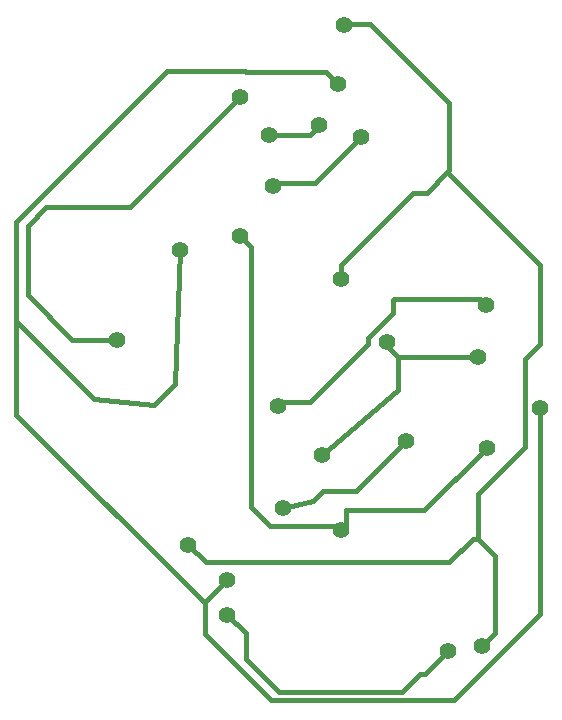
<source format=gbl>
G04 #@! TF.FileFunction,Copper,L2,Bot,Signal*
%FSLAX46Y46*%
G04 Gerber Fmt 4.6, Leading zero omitted, Abs format (unit mm)*
G04 Created by KiCad (PCBNEW 4.0.6) date Tue Sep  5 11:54:24 2017*
%MOMM*%
%LPD*%
G01*
G04 APERTURE LIST*
%ADD10C,0.150000*%
%ADD11C,1.400000*%
%ADD12C,0.400000*%
G04 APERTURE END LIST*
D10*
D11*
X116700000Y-60900000D03*
X99100000Y-69500000D03*
X95900000Y-55100000D03*
X104400000Y-80000000D03*
X116800000Y-73000000D03*
X106100000Y-46700000D03*
X98700000Y-50800000D03*
X121300000Y-69600000D03*
X94800000Y-84200000D03*
X90800000Y-56300000D03*
X104200000Y-42200000D03*
X116400000Y-89800000D03*
X91500000Y-81200000D03*
X104700000Y-37200000D03*
X104400000Y-58700000D03*
X109948950Y-72448950D03*
X99500000Y-78100000D03*
X85500000Y-63900000D03*
X95900000Y-43300000D03*
X102800000Y-73600000D03*
X108296800Y-64071900D03*
X116065000Y-65328800D03*
X94800000Y-87200000D03*
X113500000Y-90200000D03*
X98300000Y-46500000D03*
X102600000Y-45700000D03*
D12*
X116200000Y-60400000D02*
X116700000Y-60900000D01*
X108900000Y-60400000D02*
X116200000Y-60400000D01*
X108800000Y-60500000D02*
X108900000Y-60400000D01*
X108800000Y-61600000D02*
X108800000Y-60500000D01*
X106700000Y-63700000D02*
X108800000Y-61600000D01*
X106700000Y-64200000D02*
X106700000Y-63700000D01*
X101800000Y-69100000D02*
X106700000Y-64200000D01*
X99500000Y-69100000D02*
X101800000Y-69100000D01*
X99100000Y-69500000D02*
X99500000Y-69100000D01*
X104000000Y-79600000D02*
X104400000Y-80000000D01*
X98400000Y-79600000D02*
X104000000Y-79600000D01*
X96800000Y-78000000D02*
X98400000Y-79600000D01*
X96800000Y-56000000D02*
X96800000Y-78000000D01*
X95900000Y-55100000D02*
X96800000Y-56000000D01*
X104900000Y-79500000D02*
X104900000Y-78300000D01*
X104900000Y-78300000D02*
X111500000Y-78300000D01*
X111500000Y-78300000D02*
X116800000Y-73000000D01*
X104400000Y-80000000D02*
X104900000Y-79500000D01*
X102200000Y-50600000D02*
X106100000Y-46700000D01*
X98900000Y-50600000D02*
X102200000Y-50600000D01*
X98700000Y-50800000D02*
X98900000Y-50600000D01*
X92900000Y-86100000D02*
X92900000Y-88800000D01*
X121300000Y-87100000D02*
X121300000Y-69600000D01*
X114000000Y-94400000D02*
X121300000Y-87100000D01*
X98500000Y-94400000D02*
X114000000Y-94400000D01*
X92900000Y-88800000D02*
X98500000Y-94400000D01*
X92800000Y-86100000D02*
X92900000Y-86100000D01*
X92800000Y-86100000D02*
X76900000Y-70200000D01*
X76900000Y-61900000D02*
X76900000Y-70200000D01*
X92900000Y-86100000D02*
X94800000Y-84200000D01*
X90372549Y-67627451D02*
X90800000Y-56300000D01*
X88642857Y-69357143D02*
X90372549Y-67627451D01*
X83500000Y-68900000D02*
X88642857Y-69357143D01*
X76900000Y-62300000D02*
X83500000Y-68900000D01*
X76900000Y-53900000D02*
X76900000Y-61900000D01*
X76900000Y-61900000D02*
X76900000Y-62300000D01*
X89700000Y-41100000D02*
X76900000Y-53900000D01*
X96300000Y-41100000D02*
X89700000Y-41100000D01*
X96400000Y-41200000D02*
X96300000Y-41100000D01*
X103200000Y-41200000D02*
X96400000Y-41200000D01*
X104200000Y-42200000D02*
X103200000Y-41200000D01*
X117500000Y-82200000D02*
X117500000Y-88700000D01*
X116000000Y-80700000D02*
X117500000Y-82200000D01*
X117500000Y-88700000D02*
X116400000Y-89800000D01*
X116000000Y-80700000D02*
X116000000Y-76900000D01*
X121300000Y-57500000D02*
X113450000Y-49650000D01*
X121300000Y-64200000D02*
X121300000Y-57500000D01*
X120000000Y-65500000D02*
X121300000Y-64200000D01*
X120000000Y-72900000D02*
X120000000Y-65500000D01*
X116000000Y-76900000D02*
X120000000Y-72900000D01*
X115600000Y-80700000D02*
X116000000Y-80700000D01*
X113600000Y-82700000D02*
X115600000Y-80700000D01*
X93000000Y-82700000D02*
X113600000Y-82700000D01*
X91500000Y-81200000D02*
X93000000Y-82700000D01*
X104700000Y-37200000D02*
X104800000Y-37100000D01*
X104800000Y-37100000D02*
X106900000Y-37100000D01*
X106900000Y-37100000D02*
X113600000Y-43800000D01*
X113600000Y-43800000D02*
X113600000Y-49500000D01*
X113600000Y-49500000D02*
X113450000Y-49650000D01*
X113450000Y-49650000D02*
X111700000Y-51400000D01*
X111700000Y-51400000D02*
X110500000Y-51400000D01*
X110500000Y-51400000D02*
X104400000Y-57500000D01*
X104400000Y-57500000D02*
X104400000Y-58700000D01*
X102100000Y-77500000D02*
X99500000Y-78100000D01*
X102900000Y-76700000D02*
X102100000Y-77500000D01*
X105697900Y-76700000D02*
X102900000Y-76700000D01*
X105697900Y-76700000D02*
X109948950Y-72448950D01*
X81700000Y-63900000D02*
X85500000Y-63900000D01*
X77900000Y-60100000D02*
X81700000Y-63900000D01*
X77900000Y-54200000D02*
X77900000Y-60100000D01*
X79500000Y-52600000D02*
X77900000Y-54200000D01*
X86600000Y-52600000D02*
X79500000Y-52600000D01*
X95900000Y-43300000D02*
X86600000Y-52600000D01*
X109225900Y-68096800D02*
X102800000Y-73600000D01*
X109225900Y-65328800D02*
X109225900Y-68096800D01*
X116065000Y-65328800D02*
X109225900Y-65328800D01*
X108296800Y-64399700D02*
X108296800Y-64071900D01*
X109225900Y-65328800D02*
X108296800Y-64399700D01*
X111550000Y-92150000D02*
X111149998Y-92150000D01*
X94800000Y-87200000D02*
X96400000Y-88700000D01*
X96400000Y-88700000D02*
X96400000Y-90900000D01*
X99199998Y-93699998D02*
X96400000Y-90900000D01*
X109600000Y-93699998D02*
X99199998Y-93699998D01*
X111149998Y-92150000D02*
X109600000Y-93699998D01*
X113500000Y-90200000D02*
X111550000Y-92150000D01*
X111550000Y-92150000D02*
X111500000Y-92200000D01*
X101800000Y-46500000D02*
X98300000Y-46500000D01*
X102600000Y-45700000D02*
X101800000Y-46500000D01*
M02*

</source>
